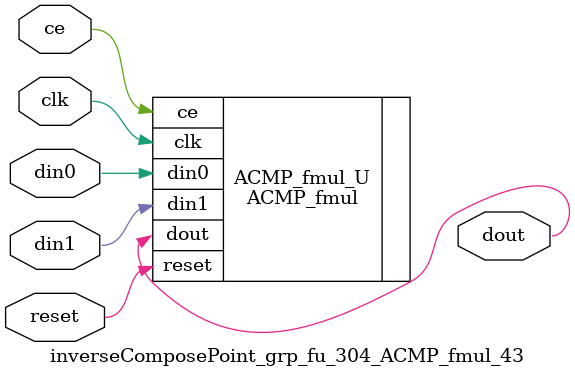
<source format=v>

`timescale 1 ns / 1 ps
module inverseComposePoint_grp_fu_304_ACMP_fmul_43(
    clk,
    reset,
    ce,
    din0,
    din1,
    dout);

parameter ID = 32'd1;
parameter NUM_STAGE = 32'd1;
parameter din0_WIDTH = 32'd1;
parameter din1_WIDTH = 32'd1;
parameter dout_WIDTH = 32'd1;
input clk;
input reset;
input ce;
input[din0_WIDTH - 1:0] din0;
input[din1_WIDTH - 1:0] din1;
output[dout_WIDTH - 1:0] dout;



ACMP_fmul #(
.ID( ID ),
.NUM_STAGE( 4 ),
.din0_WIDTH( din0_WIDTH ),
.din1_WIDTH( din1_WIDTH ),
.dout_WIDTH( dout_WIDTH ))
ACMP_fmul_U(
    .clk( clk ),
    .reset( reset ),
    .ce( ce ),
    .din0( din0 ),
    .din1( din1 ),
    .dout( dout ));

endmodule

</source>
